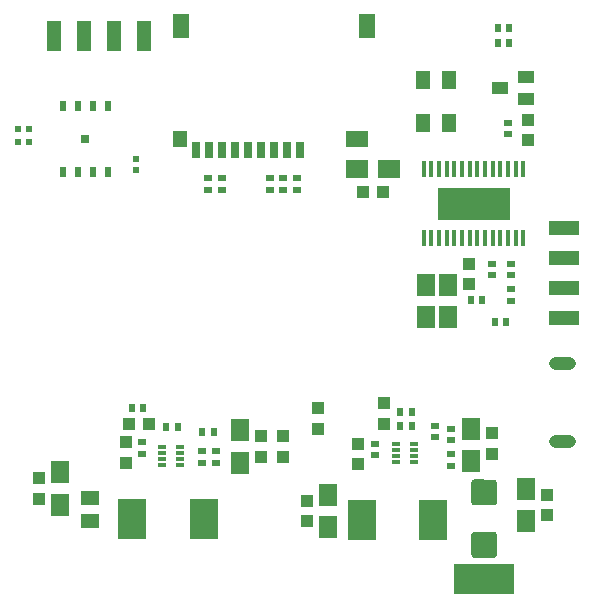
<source format=gbr>
G04 EAGLE Gerber RS-274X export*
G75*
%MOMM*%
%FSLAX34Y34*%
%LPD*%
%INSolderpaste Bottom*%
%IPPOS*%
%AMOC8*
5,1,8,0,0,1.08239X$1,22.5*%
G01*
%ADD10R,0.600000X0.600000*%
%ADD11R,1.080000X1.050000*%
%ADD12R,1.500000X1.950000*%
%ADD13R,1.050000X1.080000*%
%ADD14R,1.950000X1.500000*%
%ADD15R,1.270000X2.540000*%
%ADD16R,2.540000X1.270000*%
%ADD17R,0.450000X1.475000*%
%ADD18R,6.200000X2.750000*%
%ADD19R,0.600000X0.700000*%
%ADD20R,0.700000X0.600000*%
%ADD21R,1.600000X1.300000*%
%ADD22R,1.400000X2.000000*%
%ADD23R,1.280000X1.400000*%
%ADD24R,1.950000X1.400000*%
%ADD25R,0.700000X1.400000*%
%ADD26R,1.400000X1.000000*%
%ADD27R,2.350000X3.500000*%
%ADD28C,0.080000*%
%ADD29R,0.500000X0.850000*%
%ADD30R,0.800000X0.800000*%
%ADD31R,1.250000X1.600000*%
%ADD32C,1.066800*%
%ADD33R,5.080000X2.540000*%

G36*
X431112Y78563D02*
X431112Y78563D01*
X431114Y78561D01*
X431505Y78592D01*
X431509Y78596D01*
X431512Y78593D01*
X431894Y78684D01*
X431898Y78689D01*
X431902Y78687D01*
X432264Y78837D01*
X432267Y78842D01*
X432271Y78840D01*
X432605Y79045D01*
X432607Y79050D01*
X432611Y79050D01*
X432910Y79305D01*
X432911Y79310D01*
X432915Y79310D01*
X433170Y79609D01*
X433171Y79615D01*
X433175Y79615D01*
X433380Y79949D01*
X433379Y79955D01*
X433384Y79956D01*
X433534Y80318D01*
X433533Y80320D01*
X433534Y80320D01*
X433532Y80323D01*
X433532Y80324D01*
X433536Y80326D01*
X433627Y80708D01*
X433625Y80713D01*
X433627Y80714D01*
X433628Y80715D01*
X433659Y81106D01*
X433657Y81109D01*
X433659Y81110D01*
X433659Y97810D01*
X433657Y97812D01*
X433659Y97814D01*
X433628Y98205D01*
X433624Y98209D01*
X433627Y98212D01*
X433536Y98594D01*
X433531Y98598D01*
X433534Y98602D01*
X433384Y98964D01*
X433378Y98967D01*
X433380Y98971D01*
X433175Y99305D01*
X433170Y99307D01*
X433170Y99311D01*
X432915Y99610D01*
X432910Y99611D01*
X432910Y99615D01*
X432611Y99870D01*
X432605Y99871D01*
X432605Y99875D01*
X432271Y100080D01*
X432265Y100079D01*
X432264Y100084D01*
X431902Y100234D01*
X431896Y100232D01*
X431894Y100236D01*
X431512Y100327D01*
X431505Y100324D01*
X431501Y100328D01*
X414710Y100359D01*
X414708Y100357D01*
X414706Y100359D01*
X414315Y100328D01*
X414311Y100324D01*
X414308Y100327D01*
X413926Y100236D01*
X413922Y100231D01*
X413918Y100234D01*
X413556Y100084D01*
X413553Y100078D01*
X413549Y100080D01*
X413215Y99875D01*
X413213Y99870D01*
X413209Y99870D01*
X412910Y99615D01*
X412909Y99610D01*
X412905Y99610D01*
X412650Y99311D01*
X412649Y99305D01*
X412645Y99305D01*
X412440Y98971D01*
X412441Y98966D01*
X412439Y98965D01*
X412437Y98964D01*
X412287Y98602D01*
X412288Y98596D01*
X412284Y98594D01*
X412193Y98212D01*
X412195Y98207D01*
X412192Y98205D01*
X412161Y97814D01*
X412163Y97811D01*
X412161Y97810D01*
X412161Y81110D01*
X412163Y81108D01*
X412161Y81106D01*
X412192Y80715D01*
X412196Y80711D01*
X412193Y80708D01*
X412284Y80326D01*
X412289Y80322D01*
X412287Y80318D01*
X412437Y79956D01*
X412442Y79953D01*
X412440Y79949D01*
X412645Y79615D01*
X412650Y79613D01*
X412650Y79609D01*
X412905Y79310D01*
X412910Y79309D01*
X412910Y79305D01*
X413209Y79050D01*
X413215Y79049D01*
X413215Y79045D01*
X413549Y78840D01*
X413555Y78841D01*
X413556Y78837D01*
X413918Y78687D01*
X413924Y78688D01*
X413926Y78684D01*
X414308Y78593D01*
X414315Y78597D01*
X414319Y78592D01*
X431110Y78561D01*
X431112Y78563D01*
G37*
G36*
X431112Y34263D02*
X431112Y34263D01*
X431114Y34261D01*
X431505Y34292D01*
X431509Y34296D01*
X431512Y34293D01*
X431894Y34384D01*
X431898Y34389D01*
X431902Y34387D01*
X432264Y34537D01*
X432267Y34542D01*
X432271Y34540D01*
X432605Y34745D01*
X432607Y34750D01*
X432611Y34750D01*
X432910Y35005D01*
X432911Y35010D01*
X432915Y35010D01*
X433170Y35309D01*
X433171Y35315D01*
X433175Y35315D01*
X433380Y35649D01*
X433379Y35655D01*
X433384Y35656D01*
X433534Y36018D01*
X433533Y36020D01*
X433534Y36020D01*
X433532Y36023D01*
X433532Y36024D01*
X433536Y36026D01*
X433627Y36408D01*
X433625Y36413D01*
X433627Y36414D01*
X433628Y36415D01*
X433659Y36806D01*
X433657Y36809D01*
X433659Y36810D01*
X433659Y53510D01*
X433657Y53512D01*
X433659Y53514D01*
X433628Y53905D01*
X433624Y53909D01*
X433627Y53912D01*
X433536Y54294D01*
X433531Y54298D01*
X433534Y54302D01*
X433384Y54664D01*
X433378Y54667D01*
X433380Y54671D01*
X433175Y55005D01*
X433170Y55007D01*
X433170Y55011D01*
X432915Y55310D01*
X432910Y55311D01*
X432910Y55315D01*
X432611Y55570D01*
X432605Y55571D01*
X432605Y55575D01*
X432271Y55780D01*
X432265Y55779D01*
X432264Y55784D01*
X431902Y55934D01*
X431896Y55932D01*
X431894Y55936D01*
X431512Y56027D01*
X431505Y56024D01*
X431501Y56028D01*
X414710Y56059D01*
X414708Y56057D01*
X414706Y56059D01*
X414315Y56028D01*
X414311Y56024D01*
X414308Y56027D01*
X413926Y55936D01*
X413922Y55931D01*
X413918Y55934D01*
X413556Y55784D01*
X413553Y55778D01*
X413549Y55780D01*
X413215Y55575D01*
X413213Y55570D01*
X413209Y55570D01*
X412910Y55315D01*
X412909Y55310D01*
X412905Y55310D01*
X412650Y55011D01*
X412649Y55005D01*
X412645Y55005D01*
X412440Y54671D01*
X412441Y54666D01*
X412439Y54665D01*
X412437Y54664D01*
X412287Y54302D01*
X412288Y54296D01*
X412284Y54294D01*
X412193Y53912D01*
X412195Y53907D01*
X412192Y53905D01*
X412161Y53514D01*
X412163Y53511D01*
X412161Y53510D01*
X412161Y36810D01*
X412163Y36808D01*
X412161Y36806D01*
X412192Y36415D01*
X412196Y36411D01*
X412193Y36408D01*
X412284Y36026D01*
X412289Y36022D01*
X412287Y36018D01*
X412437Y35656D01*
X412442Y35653D01*
X412440Y35649D01*
X412645Y35315D01*
X412650Y35313D01*
X412650Y35309D01*
X412905Y35010D01*
X412910Y35009D01*
X412910Y35005D01*
X413209Y34750D01*
X413215Y34749D01*
X413215Y34745D01*
X413549Y34540D01*
X413555Y34541D01*
X413556Y34537D01*
X413918Y34387D01*
X413924Y34388D01*
X413926Y34384D01*
X414308Y34293D01*
X414315Y34297D01*
X414319Y34292D01*
X431110Y34261D01*
X431112Y34263D01*
G37*
D10*
X28020Y397510D03*
X38020Y397510D03*
D11*
X459740Y404990D03*
X459740Y387490D03*
X273050Y64910D03*
X273050Y82410D03*
D12*
X290830Y59910D03*
X290830Y87410D03*
D10*
X38020Y386080D03*
X28020Y386080D03*
X128270Y362030D03*
X128270Y372030D03*
D11*
X233680Y119520D03*
X233680Y137020D03*
X476250Y87490D03*
X476250Y69990D03*
D12*
X458470Y92490D03*
X458470Y64990D03*
X215900Y114520D03*
X215900Y142020D03*
D11*
X429260Y122060D03*
X429260Y139560D03*
D12*
X411480Y115790D03*
X411480Y143290D03*
D11*
X252730Y119520D03*
X252730Y137020D03*
X316230Y130670D03*
X316230Y113170D03*
X337820Y147460D03*
X337820Y164960D03*
D13*
X337680Y344170D03*
X320180Y344170D03*
D14*
X342680Y363220D03*
X315180Y363220D03*
D11*
X119380Y131940D03*
X119380Y114440D03*
D12*
X373380Y265210D03*
X373380Y237710D03*
X392430Y265210D03*
X392430Y237710D03*
D11*
X410210Y283070D03*
X410210Y265570D03*
D13*
X139560Y147320D03*
X122060Y147320D03*
D15*
X83820Y476250D03*
X109220Y476250D03*
X134620Y476250D03*
X58420Y476250D03*
D16*
X490220Y288290D03*
X490220Y262890D03*
X490220Y237490D03*
X490220Y313690D03*
D17*
X371770Y363390D03*
X378270Y363390D03*
X384770Y363390D03*
X391270Y363390D03*
X397770Y363390D03*
X404270Y363390D03*
X410770Y363390D03*
X417270Y363390D03*
X423770Y363390D03*
X430270Y363390D03*
X436770Y363390D03*
X443270Y363390D03*
X449770Y363390D03*
X456270Y363390D03*
X456270Y304630D03*
X449770Y304630D03*
X443270Y304630D03*
X436770Y304630D03*
X430270Y304630D03*
X423770Y304630D03*
X417270Y304630D03*
X410770Y304630D03*
X404270Y304630D03*
X397770Y304630D03*
X391270Y304630D03*
X384770Y304630D03*
X378270Y304630D03*
X371770Y304630D03*
D18*
X414020Y334010D03*
D19*
X361870Y157480D03*
X351870Y157480D03*
D20*
X381000Y145970D03*
X381000Y135970D03*
X394970Y121840D03*
X394970Y111840D03*
X394970Y143430D03*
X394970Y133430D03*
X429260Y283130D03*
X429260Y273130D03*
X445770Y261540D03*
X445770Y251540D03*
X445770Y283130D03*
X445770Y273130D03*
X443230Y402510D03*
X443230Y392510D03*
D19*
X431880Y233680D03*
X441880Y233680D03*
X421560Y252730D03*
X411560Y252730D03*
D20*
X133350Y122000D03*
X133350Y132000D03*
D19*
X163750Y144780D03*
X153750Y144780D03*
X124540Y161290D03*
X134540Y161290D03*
D20*
X195580Y114380D03*
X195580Y124380D03*
X184150Y124380D03*
X184150Y114380D03*
D19*
X194230Y140970D03*
X184230Y140970D03*
D21*
X88900Y84430D03*
X88900Y65430D03*
D20*
X241300Y345520D03*
X241300Y355520D03*
X252730Y345520D03*
X252730Y355520D03*
X200660Y345520D03*
X200660Y355520D03*
X264160Y345520D03*
X264160Y355520D03*
X189230Y345520D03*
X189230Y355520D03*
D19*
X434420Y469900D03*
X444420Y469900D03*
X444420Y482600D03*
X434420Y482600D03*
D20*
X330200Y120730D03*
X330200Y130730D03*
D19*
X361870Y146050D03*
X351870Y146050D03*
D22*
X324110Y484430D03*
X166110Y484430D03*
D23*
X165510Y388430D03*
D24*
X315360Y388430D03*
D25*
X267110Y379730D03*
X256110Y379730D03*
X245110Y379730D03*
X234110Y379730D03*
X223110Y379730D03*
X212110Y379730D03*
X201110Y379730D03*
X190110Y379730D03*
X179110Y379730D03*
D26*
X436040Y431800D03*
X458040Y422300D03*
X458040Y441300D03*
D27*
X319310Y66020D03*
X379810Y66020D03*
X125000Y67290D03*
X185500Y67290D03*
D28*
X167730Y129350D02*
X161930Y129350D01*
X167730Y129350D02*
X167730Y126950D01*
X161930Y126950D01*
X161930Y129350D01*
X161930Y127710D02*
X167730Y127710D01*
X167730Y128470D02*
X161930Y128470D01*
X161930Y129230D02*
X167730Y129230D01*
X167730Y124350D02*
X161930Y124350D01*
X167730Y124350D02*
X167730Y121950D01*
X161930Y121950D01*
X161930Y124350D01*
X161930Y122710D02*
X167730Y122710D01*
X167730Y123470D02*
X161930Y123470D01*
X161930Y124230D02*
X167730Y124230D01*
X167730Y119350D02*
X161930Y119350D01*
X167730Y119350D02*
X167730Y116950D01*
X161930Y116950D01*
X161930Y119350D01*
X161930Y117710D02*
X167730Y117710D01*
X167730Y118470D02*
X161930Y118470D01*
X161930Y119230D02*
X167730Y119230D01*
X167730Y114350D02*
X161930Y114350D01*
X167730Y114350D02*
X167730Y111950D01*
X161930Y111950D01*
X161930Y114350D01*
X161930Y112710D02*
X167730Y112710D01*
X167730Y113470D02*
X161930Y113470D01*
X161930Y114230D02*
X167730Y114230D01*
X153030Y114350D02*
X147230Y114350D01*
X153030Y114350D02*
X153030Y111950D01*
X147230Y111950D01*
X147230Y114350D01*
X147230Y112710D02*
X153030Y112710D01*
X153030Y113470D02*
X147230Y113470D01*
X147230Y114230D02*
X153030Y114230D01*
X153030Y119350D02*
X147230Y119350D01*
X153030Y119350D02*
X153030Y116950D01*
X147230Y116950D01*
X147230Y119350D01*
X147230Y117710D02*
X153030Y117710D01*
X153030Y118470D02*
X147230Y118470D01*
X147230Y119230D02*
X153030Y119230D01*
X153030Y124350D02*
X147230Y124350D01*
X153030Y124350D02*
X153030Y121950D01*
X147230Y121950D01*
X147230Y124350D01*
X147230Y122710D02*
X153030Y122710D01*
X153030Y123470D02*
X147230Y123470D01*
X147230Y124230D02*
X153030Y124230D01*
X153030Y129350D02*
X147230Y129350D01*
X153030Y129350D02*
X153030Y126950D01*
X147230Y126950D01*
X147230Y129350D01*
X147230Y127710D02*
X153030Y127710D01*
X153030Y128470D02*
X147230Y128470D01*
X147230Y129230D02*
X153030Y129230D01*
D29*
X104140Y360870D03*
X91440Y360870D03*
X78740Y360870D03*
X66040Y360870D03*
X78740Y416370D03*
X66040Y416370D03*
X91440Y416370D03*
X104140Y416370D03*
D30*
X85090Y388620D03*
D28*
X360050Y131890D02*
X365850Y131890D01*
X365850Y129490D01*
X360050Y129490D01*
X360050Y131890D01*
X360050Y130250D02*
X365850Y130250D01*
X365850Y131010D02*
X360050Y131010D01*
X360050Y131770D02*
X365850Y131770D01*
X365850Y126890D02*
X360050Y126890D01*
X365850Y126890D02*
X365850Y124490D01*
X360050Y124490D01*
X360050Y126890D01*
X360050Y125250D02*
X365850Y125250D01*
X365850Y126010D02*
X360050Y126010D01*
X360050Y126770D02*
X365850Y126770D01*
X365850Y121890D02*
X360050Y121890D01*
X365850Y121890D02*
X365850Y119490D01*
X360050Y119490D01*
X360050Y121890D01*
X360050Y120250D02*
X365850Y120250D01*
X365850Y121010D02*
X360050Y121010D01*
X360050Y121770D02*
X365850Y121770D01*
X365850Y116890D02*
X360050Y116890D01*
X365850Y116890D02*
X365850Y114490D01*
X360050Y114490D01*
X360050Y116890D01*
X360050Y115250D02*
X365850Y115250D01*
X365850Y116010D02*
X360050Y116010D01*
X360050Y116770D02*
X365850Y116770D01*
X351150Y116890D02*
X345350Y116890D01*
X351150Y116890D02*
X351150Y114490D01*
X345350Y114490D01*
X345350Y116890D01*
X345350Y115250D02*
X351150Y115250D01*
X351150Y116010D02*
X345350Y116010D01*
X345350Y116770D02*
X351150Y116770D01*
X351150Y121890D02*
X345350Y121890D01*
X351150Y121890D02*
X351150Y119490D01*
X345350Y119490D01*
X345350Y121890D01*
X345350Y120250D02*
X351150Y120250D01*
X351150Y121010D02*
X345350Y121010D01*
X345350Y121770D02*
X351150Y121770D01*
X351150Y126890D02*
X345350Y126890D01*
X351150Y126890D02*
X351150Y124490D01*
X345350Y124490D01*
X345350Y126890D01*
X345350Y125250D02*
X351150Y125250D01*
X351150Y126010D02*
X345350Y126010D01*
X345350Y126770D02*
X351150Y126770D01*
X351150Y131890D02*
X345350Y131890D01*
X351150Y131890D02*
X351150Y129490D01*
X345350Y129490D01*
X345350Y131890D01*
X345350Y130250D02*
X351150Y130250D01*
X351150Y131010D02*
X345350Y131010D01*
X345350Y131770D02*
X351150Y131770D01*
D31*
X393270Y438870D03*
X393270Y401870D03*
X371270Y401870D03*
X371270Y438870D03*
D32*
X483362Y133350D02*
X494538Y133350D01*
X494538Y199390D02*
X483362Y199390D01*
D11*
X45720Y83960D03*
X45720Y101460D03*
D12*
X63500Y78960D03*
X63500Y106460D03*
D11*
X282575Y160515D03*
X282575Y143015D03*
D33*
X422910Y16510D03*
M02*

</source>
